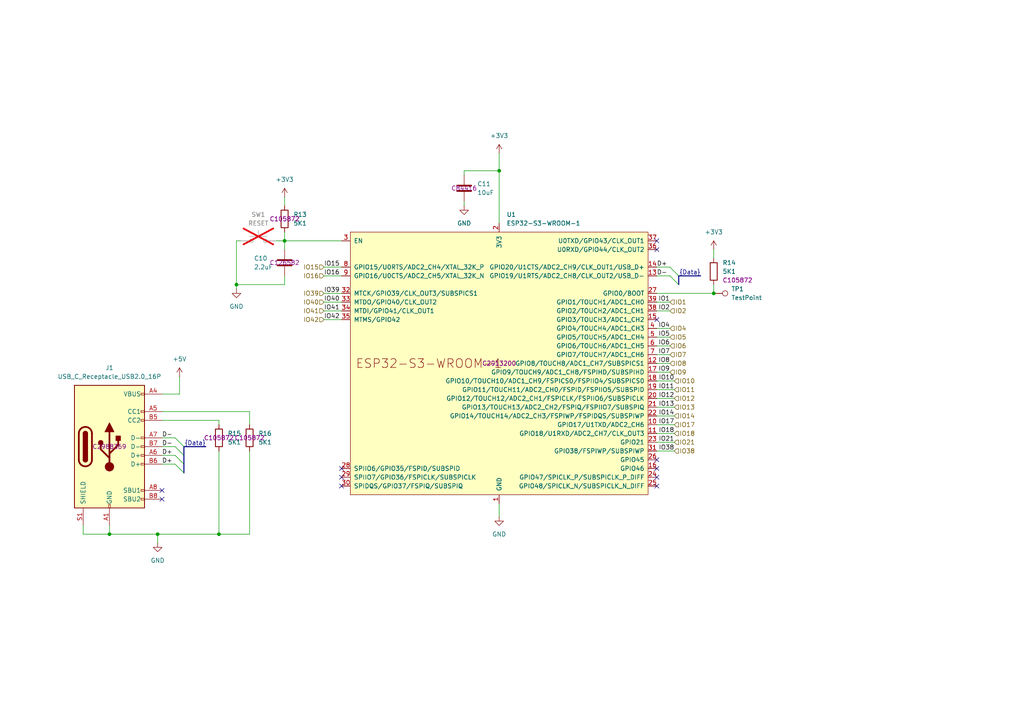
<source format=kicad_sch>
(kicad_sch (version 20250114) (generator "eeschema") (generator_version "9.0")
  (paper "A4")
  (lib_symbols
    (symbol "Connector:TestPoint" (pin_numbers (hide yes)) (pin_names (offset 0.762) (hide yes))
      (property "Reference" "TP" (at 0 6.858 0))
      (property "Value" "TestPoint" (at 0 5.08 0))
      (symbol "TestPoint_0_1"
        (circle (center 0 3.302) (radius 0.762))
      )
      (symbol "TestPoint_1_1"
        (pin passive line (at 0 0 90) (length 2.54) (name "1") (number "1"))
      )
    )
    (symbol "Connector:USB_C_Receptacle_USB2.0_16P" (pin_names (offset 1.016))
      (property "Reference" "J" (at 0 22.225 0))
      (property "Value" "USB_C_Receptacle_USB2.0_16P" (at 0 19.685 0))
      (symbol "USB_C_Receptacle_USB2.0_16P_0_0"
        (rectangle (start -0.254 -17.78) (end 0.254 -16.764))
        (rectangle (start 10.16 15.494) (end 9.144 14.986))
        (rectangle (start 10.16 10.414) (end 9.144 9.906))
        (rectangle (start 10.16 7.874) (end 9.144 7.366))
        (rectangle (start 10.16 2.794) (end 9.144 2.286))
        (rectangle (start 10.16 0.254) (end 9.144 -0.254))
        (rectangle (start 10.16 -2.286) (end 9.144 -2.794))
        (rectangle (start 10.16 -4.826) (end 9.144 -5.334))
        (rectangle (start 10.16 -12.446) (end 9.144 -12.954))
        (rectangle (start 10.16 -14.986) (end 9.144 -15.494))
      )
      (symbol "USB_C_Receptacle_USB2.0_16P_0_1"
        (rectangle (start -10.16 17.78) (end 10.16 -17.78) (stroke (width 0.254)) (fill (type background)))
        (polyline (pts (xy -8.89 -3.81) (xy -8.89 3.81)) (stroke (width 0.508)))
        (rectangle (start -7.62 -3.81) (end -6.35 3.81) (stroke (width 0.254)) (fill (type outline)))
        (arc (start -7.62 3.81) (mid -6.985 4.4423) (end -6.35 3.81) (stroke (width 0.254)))
        (arc (start -7.62 3.81) (mid -6.985 4.4423) (end -6.35 3.81) (stroke (width 0.254)) (fill (type outline)))
        (arc (start -8.89 3.81) (mid -6.985 5.7067) (end -5.08 3.81) (stroke (width 0.508)))
        (arc (start -5.08 -3.81) (mid -6.985 -5.7067) (end -8.89 -3.81) (stroke (width 0.508)))
        (arc (start -6.35 -3.81) (mid -6.985 -4.4423) (end -7.62 -3.81) (stroke (width 0.254)))
        (arc (start -6.35 -3.81) (mid -6.985 -4.4423) (end -7.62 -3.81) (stroke (width 0.254)) (fill (type outline)))
        (polyline (pts (xy -5.08 3.81) (xy -5.08 -3.81)) (stroke (width 0.508)))
        (circle (center -2.54 1.143) (radius 0.635) (stroke (width 0.254)) (fill (type outline)))
        (polyline (pts (xy -1.27 4.318) (xy 0 6.858) (xy 1.27 4.318) (xy -1.27 4.318)) (stroke (width 0.254)) (fill (type outline)))
        (polyline (pts (xy 0 -2.032) (xy 2.54 0.508) (xy 2.54 1.778)) (stroke (width 0.508)))
        (polyline (pts (xy 0 -3.302) (xy -2.54 -0.762) (xy -2.54 0.508)) (stroke (width 0.508)))
        (polyline (pts (xy 0 -5.842) (xy 0 4.318)) (stroke (width 0.508)))
        (circle (center 0 -5.842) (radius 1.27) (fill (type outline)))
        (rectangle (start 1.905 1.778) (end 3.175 3.048) (stroke (width 0.254)) (fill (type outline)))
      )
      (symbol "USB_C_Receptacle_USB2.0_16P_1_1"
        (pin passive line (at -7.62 -22.86 90) (length 5.08) (name "SHIELD") (number "S1"))
        (pin passive line (at 0 -22.86 90) (length 5.08) (name "GND") (number "A1"))
        (pin passive line (at 0 -22.86 90) (length 5.08) (hide yes) (name "GND") (number "A12"))
        (pin passive line (at 0 -22.86 90) (length 5.08) (hide yes) (name "GND") (number "B1"))
        (pin passive line (at 0 -22.86 90) (length 5.08) (hide yes) (name "GND") (number "B12"))
        (pin passive line (at 15.24 15.24 180) (length 5.08) (name "VBUS") (number "A4"))
        (pin passive line (at 15.24 15.24 180) (length 5.08) (hide yes) (name "VBUS") (number "A9"))
        (pin passive line (at 15.24 15.24 180) (length 5.08) (hide yes) (name "VBUS") (number "B4"))
        (pin passive line (at 15.24 15.24 180) (length 5.08) (hide yes) (name "VBUS") (number "B9"))
        (pin bidirectional line (at 15.24 10.16 180) (length 5.08) (name "CC1") (number "A5"))
        (pin bidirectional line (at 15.24 7.62 180) (length 5.08) (name "CC2") (number "B5"))
        (pin bidirectional line (at 15.24 2.54 180) (length 5.08) (name "D-") (number "A7"))
        (pin bidirectional line (at 15.24 0 180) (length 5.08) (name "D-") (number "B7"))
        (pin bidirectional line (at 15.24 -2.54 180) (length 5.08) (name "D+") (number "A6"))
        (pin bidirectional line (at 15.24 -5.08 180) (length 5.08) (name "D+") (number "B6"))
        (pin bidirectional line (at 15.24 -12.7 180) (length 5.08) (name "SBU1") (number "A8"))
        (pin bidirectional line (at 15.24 -15.24 180) (length 5.08) (name "SBU2") (number "B8"))
      )
    )
    (symbol "Device:C" (pin_numbers (hide yes)) (pin_names (offset 0.254))
      (property "Reference" "C" (at 0.635 2.54 0))
      (property "Value" "C" (at 0.635 -2.54 0))
      (symbol "C_0_1"
        (polyline (pts (xy -2.032 0.762) (xy 2.032 0.762)) (stroke (width 0.508)))
        (polyline (pts (xy -2.032 -0.762) (xy 2.032 -0.762)) (stroke (width 0.508)))
      )
      (symbol "C_1_1"
        (pin passive line (at 0 3.81 270) (length 2.794) (name "~") (number "1"))
        (pin passive line (at 0 -3.81 90) (length 2.794) (name "~") (number "2"))
      )
    )
    (symbol "Device:R" (pin_numbers (hide yes)) (pin_names (offset 0))
      (property "Reference" "R" (at 2.032 0 90))
      (property "Value" "R" (at 0 0 90))
      (symbol "R_0_1"
        (rectangle (start -1.016 -2.54) (end 1.016 2.54) (stroke (width 0.254)))
      )
      (symbol "R_1_1"
        (pin passive line (at 0 3.81 270) (length 1.27) (name "~") (number "1"))
        (pin passive line (at 0 -3.81 90) (length 1.27) (name "~") (number "2"))
      )
    )
    (symbol "PCM_Espressif:ESP32-S3-WROOM-1" (pin_names (offset 1.016))
      (property "Reference" "U" (at -43.18 43.18 0))
      (property "Value" "ESP32-S3-WROOM-1" (at -43.18 40.64 0))
      (symbol "ESP32-S3-WROOM-1_0_0"
        (text "ESP32-S3-WROOM-1" (at -20.32 0 0) (effects (font (size 2.54 2.54))))
        (pin input line (at -45.72 35.56 0) (length 2.54) (name "EN") (number "3"))
        (pin bidirectional line (at -45.72 27.94 0) (length 2.54) (name "GPIO15/U0RTS/ADC2_CH4/XTAL_32K_P") (number "8"))
        (pin bidirectional line (at -45.72 25.4 0) (length 2.54) (name "GPIO16/U0CTS/ADC2_CH5/XTAL_32K_N") (number "9"))
        (pin bidirectional line (at -45.72 20.32 0) (length 2.54) (name "MTCK/GPIO39/CLK_OUT3/SUBSPICS1") (number "32"))
        (pin bidirectional line (at -45.72 17.78 0) (length 2.54) (name "MTDO/GPIO40/CLK_OUT2") (number "33"))
        (pin bidirectional line (at -45.72 15.24 0) (length 2.54) (name "MTDI/GPIO41/CLK_OUT1") (number "34"))
        (pin bidirectional line (at -45.72 12.7 0) (length 2.54) (name "MTMS/GPIO42") (number "35"))
        (pin bidirectional line (at -45.72 -30.48 0) (length 2.54) (name "SPIIO6/GPIO35/FSPID/SUBSPID") (number "28"))
        (pin bidirectional line (at -45.72 -33.02 0) (length 2.54) (name "SPIIO7/GPIO36/FSPICLK/SUBSPICLK") (number "29"))
        (pin bidirectional line (at -45.72 -35.56 0) (length 2.54) (name "SPIDQS/GPIO37/FSPIQ/SUBSPIQ") (number "30"))
        (pin power_in line (at 0 40.64 270) (length 2.54) (name "3V3") (number "2"))
        (pin power_in line (at 0 -40.64 90) (length 2.54) (name "GND") (number "1"))
        (pin passive line (at 0 -40.64 90) (length 2.54) (hide yes) (name "GND") (number "40"))
        (pin passive line (at 0 -40.64 90) (length 2.54) (hide yes) (name "GND") (number "41"))
        (pin bidirectional line (at 45.72 35.56 180) (length 2.54) (name "U0TXD/GPIO43/CLK_OUT1") (number "37"))
        (pin bidirectional line (at 45.72 33.02 180) (length 2.54) (name "U0RXD/GPIO44/CLK_OUT2") (number "36"))
        (pin bidirectional line (at 45.72 27.94 180) (length 2.54) (name "GPIO20/U1CTS/ADC2_CH9/CLK_OUT1/USB_D+") (number "14"))
        (pin bidirectional line (at 45.72 25.4 180) (length 2.54) (name "GPIO19/U1RTS/ADC2_CH8/CLK_OUT2/USB_D-") (number "13"))
        (pin bidirectional line (at 45.72 20.32 180) (length 2.54) (name "GPIO0/BOOT") (number "27"))
        (pin bidirectional line (at 45.72 17.78 180) (length 2.54) (name "GPIO1/TOUCH1/ADC1_CH0") (number "39"))
        (pin bidirectional line (at 45.72 15.24 180) (length 2.54) (name "GPIO2/TOUCH2/ADC1_CH1") (number "38"))
        (pin bidirectional line (at 45.72 12.7 180) (length 2.54) (name "GPIO3/TOUCH3/ADC1_CH2") (number "15"))
        (pin bidirectional line (at 45.72 10.16 180) (length 2.54) (name "GPIO4/TOUCH4/ADC1_CH3") (number "4"))
        (pin bidirectional line (at 45.72 7.62 180) (length 2.54) (name "GPIO5/TOUCH5/ADC1_CH4") (number "5"))
        (pin bidirectional line (at 45.72 5.08 180) (length 2.54) (name "GPIO6/TOUCH6/ADC1_CH5") (number "6"))
        (pin bidirectional line (at 45.72 2.54 180) (length 2.54) (name "GPIO7/TOUCH7/ADC1_CH6") (number "7"))
        (pin bidirectional line (at 45.72 0 180) (length 2.54) (name "GPIO8/TOUCH8/ADC1_CH7/SUBSPICS1") (number "12"))
        (pin bidirectional line (at 45.72 -2.54 180) (length 2.54) (name "GPIO9/TOUCH9/ADC1_CH8/FSPIHD/SUBSPIHD") (number "17"))
        (pin bidirectional line (at 45.72 -5.08 180) (length 2.54) (name "GPIO10/TOUCH10/ADC1_CH9/FSPICS0/FSPIIO4/SUBSPICS0") (number "18"))
        (pin bidirectional line (at 45.72 -7.62 180) (length 2.54) (name "GPIO11/TOUCH11/ADC2_CH0/FSPID/FSPIIO5/SUBSPID") (number "19"))
        (pin bidirectional line (at 45.72 -10.16 180) (length 2.54) (name "GPIO12/TOUCH12/ADC2_CH1/FSPICLK/FSPIIO6/SUBSPICLK") (number "20"))
        (pin bidirectional line (at 45.72 -12.7 180) (length 2.54) (name "GPIO13/TOUCH13/ADC2_CH2/FSPIQ/FSPIIO7/SUBSPIQ") (number "21"))
        (pin bidirectional line (at 45.72 -15.24 180) (length 2.54) (name "GPIO14/TOUCH14/ADC2_CH3/FSPIWP/FSPIDQS/SUBSPIWP") (number "22"))
        (pin bidirectional line (at 45.72 -17.78 180) (length 2.54) (name "GPIO17/U1TXD/ADC2_CH6") (number "10"))
        (pin bidirectional line (at 45.72 -20.32 180) (length 2.54) (name "GPIO18/U1RXD/ADC2_CH7/CLK_OUT3") (number "11"))
        (pin bidirectional line (at 45.72 -22.86 180) (length 2.54) (name "GPIO21") (number "23"))
        (pin bidirectional line (at 45.72 -25.4 180) (length 2.54) (name "GPIO38/FSPIWP/SUBSPIWP") (number "31"))
        (pin bidirectional line (at 45.72 -27.94 180) (length 2.54) (name "GPIO45") (number "26"))
        (pin bidirectional line (at 45.72 -30.48 180) (length 2.54) (name "GPIO46") (number "16"))
        (pin bidirectional line (at 45.72 -33.02 180) (length 2.54) (name "GPIO47/SPICLK_P/SUBSPICLK_P_DIFF") (number "24"))
        (pin bidirectional line (at 45.72 -35.56 180) (length 2.54) (name "GPIO48/SPICLK_N/SUBSPICLK_N_DIFF") (number "25"))
      )
      (symbol "ESP32-S3-WROOM-1_0_1"
        (rectangle (start -43.18 38.1) (end 43.18 -38.1) (fill (type background)))
      )
    )
    (symbol "Switch:SW_Push" (pin_numbers (hide yes)) (pin_names (offset 1.016) (hide yes))
      (property "Reference" "SW" (at 1.27 2.54 0))
      (property "Value" "SW_Push" (at 0 -1.524 0))
      (symbol "SW_Push_0_1"
        (circle (center -2.032 0) (radius 0.508))
        (polyline (pts (xy 0 1.27) (xy 0 3.048)))
        (circle (center 2.032 0) (radius 0.508))
        (polyline (pts (xy 2.54 1.27) (xy -2.54 1.27)))
        (pin passive line (at -5.08 0 0) (length 2.54) (name "1") (number "1"))
        (pin passive line (at 5.08 0 180) (length 2.54) (name "2") (number "2"))
      )
    )
    (symbol "power:+3V3" (power) (pin_numbers (hide yes)) (pin_names (offset 0) (hide yes))
      (property "Value" "+3V3" (at 0 3.556 0))
      (symbol "+3V3_0_1"
        (polyline (pts (xy -0.762 1.27) (xy 0 2.54)))
        (polyline (pts (xy 0 2.54) (xy 0.762 1.27)))
        (polyline (pts (xy 0 0) (xy 0 2.54)))
      )
      (symbol "+3V3_1_1"
        (pin power_in line (at 0 0 90) (length 0) (name "~") (number "1"))
      )
    )
    (symbol "power:+5V" (power) (pin_numbers (hide yes)) (pin_names (offset 0) (hide yes))
      (property "Value" "+5V" (at 0 3.556 0))
      (symbol "+5V_0_1"
        (polyline (pts (xy -0.762 1.27) (xy 0 2.54)))
        (polyline (pts (xy 0 2.54) (xy 0.762 1.27)))
        (polyline (pts (xy 0 0) (xy 0 2.54)))
      )
      (symbol "+5V_1_1"
        (pin power_in line (at 0 0 90) (length 0) (name "~") (number "1"))
      )
    )
    (symbol "power:GND" (power) (pin_numbers (hide yes)) (pin_names (offset 0) (hide yes))
      (property "Value" "GND" (at 0 -3.81 0))
      (symbol "GND_0_1"
        (polyline (pts (xy 0 0) (xy 0 -1.27) (xy 1.27 -1.27) (xy 0 -2.54) (xy -1.27 -1.27) (xy 0 -1.27)))
      )
      (symbol "GND_1_1"
        (pin power_in line (at 0 0 270) (length 0) (name "~") (number "1"))
      )
    )
  )
  (junction (at 68.58 82.55))
  (junction (at 63.5 154.94))
  (junction (at 207.01 85.09))
  (junction (at 82.55 69.85))
  (junction (at 144.78 49.53))
  (junction (at 31.75 154.94))
  (junction (at 45.72 154.94))
  (no_connect (at 99.06 140.97))
  (no_connect (at 190.5 72.39))
  (no_connect (at 190.5 135.89))
  (no_connect (at 190.5 69.85))
  (no_connect (at 190.5 92.71))
  (no_connect (at 190.5 140.97))
  (no_connect (at 190.5 138.43))
  (no_connect (at 46.99 144.78))
  (no_connect (at 99.06 135.89))
  (no_connect (at 46.99 142.24))
  (no_connect (at 190.5 133.35))
  (no_connect (at 99.06 138.43))
  (bus_entry (at 50.8 127) (size 2.54 2.54))
  (bus_entry (at 50.8 134.62) (size 2.54 2.54))
  (bus_entry (at 194.31 77.47) (size 2.54 2.54))
  (bus_entry (at 50.8 129.54) (size 2.54 2.54))
  (bus_entry (at 194.31 80.01) (size 2.54 2.54))
  (bus_entry (at 50.8 132.08) (size 2.54 2.54))
  (wire (pts (xy 24.13 154.94) (xy 31.75 154.94)))
  (wire (pts (xy 190.5 100.33) (xy 194.31 100.33)))
  (wire (pts (xy 46.99 121.92) (xy 63.5 121.92)))
  (wire (pts (xy 93.98 92.71) (xy 99.06 92.71)))
  (wire (pts (xy 190.5 80.01) (xy 194.31 80.01)))
  (wire (pts (xy 190.5 105.41) (xy 194.31 105.41)))
  (wire (pts (xy 190.5 128.27) (xy 195.58 128.27)))
  (wire (pts (xy 134.62 49.53) (xy 134.62 50.8)))
  (wire (pts (xy 63.5 130.81) (xy 63.5 154.94)))
  (wire (pts (xy 134.62 49.53) (xy 144.78 49.53)))
  (wire (pts (xy 190.5 77.47) (xy 194.31 77.47)))
  (wire (pts (xy 46.99 127) (xy 50.8 127)))
  (wire (pts (xy 82.55 69.85) (xy 82.55 72.39)))
  (wire (pts (xy 69.85 69.85) (xy 68.58 69.85)))
  (wire (pts (xy 31.75 154.94) (xy 31.75 152.4)))
  (wire (pts (xy 46.99 134.62) (xy 50.8 134.62)))
  (wire (pts (xy 82.55 82.55) (xy 82.55 80.01)))
  (wire (pts (xy 190.5 95.25) (xy 194.31 95.25)))
  (wire (pts (xy 93.98 85.09) (xy 99.06 85.09)))
  (wire (pts (xy 190.5 102.87) (xy 194.31 102.87)))
  (wire (pts (xy 63.5 121.92) (xy 63.5 123.19)))
  (bus (pts (xy 53.34 134.62) (xy 53.34 132.08)))
  (wire (pts (xy 93.98 77.47) (xy 99.06 77.47)))
  (wire (pts (xy 93.98 90.17) (xy 99.06 90.17)))
  (wire (pts (xy 190.5 130.81) (xy 195.58 130.81)))
  (bus (pts (xy 53.34 129.54) (xy 53.34 132.08)))
  (wire (pts (xy 207.01 85.09) (xy 207.01 82.55)))
  (wire (pts (xy 190.5 120.65) (xy 195.58 120.65)))
  (wire (pts (xy 93.98 87.63) (xy 99.06 87.63)))
  (wire (pts (xy 190.5 118.11) (xy 195.58 118.11)))
  (bus (pts (xy 196.85 80.01) (xy 203.2 80.01)))
  (wire (pts (xy 46.99 132.08) (xy 50.8 132.08)))
  (wire (pts (xy 93.98 80.01) (xy 99.06 80.01)))
  (wire (pts (xy 190.5 97.79) (xy 194.31 97.79)))
  (bus (pts (xy 53.34 129.54) (xy 59.69 129.54)))
  (wire (pts (xy 46.99 119.38) (xy 72.39 119.38)))
  (wire (pts (xy 45.72 154.94) (xy 45.72 157.48)))
  (wire (pts (xy 144.78 49.53) (xy 144.78 64.77)))
  (wire (pts (xy 52.07 114.3) (xy 46.99 114.3)))
  (wire (pts (xy 31.75 154.94) (xy 45.72 154.94)))
  (wire (pts (xy 190.5 87.63) (xy 194.31 87.63)))
  (wire (pts (xy 72.39 119.38) (xy 72.39 123.19)))
  (wire (pts (xy 190.5 125.73) (xy 195.58 125.73)))
  (wire (pts (xy 190.5 85.09) (xy 207.01 85.09)))
  (wire (pts (xy 190.5 123.19) (xy 195.58 123.19)))
  (wire (pts (xy 134.62 58.42) (xy 134.62 59.69)))
  (wire (pts (xy 46.99 129.54) (xy 50.8 129.54)))
  (wire (pts (xy 80.01 69.85) (xy 82.55 69.85)))
  (wire (pts (xy 207.01 72.39) (xy 207.01 74.93)))
  (wire (pts (xy 190.5 90.17) (xy 194.31 90.17)))
  (wire (pts (xy 63.5 154.94) (xy 72.39 154.94)))
  (wire (pts (xy 82.55 82.55) (xy 68.58 82.55)))
  (wire (pts (xy 190.5 110.49) (xy 195.58 110.49)))
  (wire (pts (xy 68.58 82.55) (xy 68.58 83.82)))
  (wire (pts (xy 190.5 113.03) (xy 195.58 113.03)))
  (bus (pts (xy 53.34 137.16) (xy 53.34 134.62)))
  (wire (pts (xy 82.55 69.85) (xy 99.06 69.85)))
  (wire (pts (xy 52.07 109.22) (xy 52.07 114.3)))
  (wire (pts (xy 190.5 115.57) (xy 195.58 115.57)))
  (wire (pts (xy 82.55 57.15) (xy 82.55 59.69)))
  (wire (pts (xy 45.72 154.94) (xy 63.5 154.94)))
  (wire (pts (xy 144.78 146.05) (xy 144.78 149.86)))
  (wire (pts (xy 190.5 107.95) (xy 194.31 107.95)))
  (wire (pts (xy 24.13 152.4) (xy 24.13 154.94)))
  (wire (pts (xy 82.55 67.31) (xy 82.55 69.85)))
  (wire (pts (xy 68.58 69.85) (xy 68.58 82.55)))
  (bus (pts (xy 196.85 82.55) (xy 196.85 80.01)))
  (wire (pts (xy 72.39 130.81) (xy 72.39 154.94)))
  (wire (pts (xy 144.78 44.45) (xy 144.78 49.53)))
  (label "IO1" (at 194.31 87.63 180))
  (label "IO18" (at 195.58 125.73 180))
  (label "IO13" (at 195.58 118.11 180))
  (label "IO17" (at 195.58 123.19 180))
  (label "IO9" (at 194.31 107.95 180))
  (label "IO14" (at 195.58 120.65 180))
  (label "D+" (at 190.5 77.47 0))
  (label "IO10" (at 195.58 110.49 180))
  (label "IO8" (at 194.31 105.41 180))
  (label "IO21" (at 195.58 128.27 180))
  (label "IO40" (at 93.98 87.63 0))
  (label "D-" (at 190.5 80.01 0))
  (label "D-" (at 46.99 129.54 0))
  (label "IO11" (at 195.58 113.03 180))
  (label "IO12" (at 195.58 115.57 180))
  (label "IO42" (at 93.98 92.71 0))
  (label "D-" (at 46.99 127 0))
  (label "D+" (at 46.99 134.62 0))
  (label "IO7" (at 194.31 102.87 180))
  (label "IO4" (at 194.31 95.25 180))
  (label "IO39" (at 93.98 85.09 0))
  (label "IO2" (at 194.31 90.17 180))
  (label "IO6" (at 194.31 100.33 180))
  (label "IO5" (at 194.31 97.79 180))
  (label "IO38" (at 195.58 130.81 180))
  (label "D+" (at 46.99 132.08 0))
  (label "{Data}" (at 59.69 129.54 180))
  (label "IO16" (at 93.98 80.01 0))
  (label "{Data}" (at 203.2 80.01 180))
  (label "IO15" (at 93.98 77.47 0))
  (label "IO41" (at 93.98 90.17 0))
  (hierarchical_label "IO1" (shape input) (at 194.31 87.63 0))
  (hierarchical_label "IO8" (shape input) (at 194.31 105.41 0))
  (hierarchical_label "IO7" (shape input) (at 194.31 102.87 0))
  (hierarchical_label "IO15" (shape input) (at 93.98 77.47 180))
  (hierarchical_label "IO4" (shape input) (at 194.31 95.25 0))
  (hierarchical_label "IO39" (shape input) (at 93.98 85.09 180))
  (hierarchical_label "IO5" (shape input) (at 194.31 97.79 0))
  (hierarchical_label "IO6" (shape input) (at 194.31 100.33 0))
  (hierarchical_label "IO10" (shape input) (at 195.58 110.49 0))
  (hierarchical_label "IO11" (shape input) (at 195.58 113.03 0))
  (hierarchical_label "IO2" (shape input) (at 194.31 90.17 0))
  (hierarchical_label "IO13" (shape input) (at 195.58 118.11 0))
  (hierarchical_label "IO14" (shape input) (at 195.58 120.65 0))
  (hierarchical_label "IO12" (shape input) (at 195.58 115.57 0))
  (hierarchical_label "IO41" (shape input) (at 93.98 90.17 180))
  (hierarchical_label "IO16" (shape input) (at 93.98 80.01 180))
  (hierarchical_label "IO40" (shape input) (at 93.98 87.63 180))
  (hierarchical_label "IO42" (shape input) (at 93.98 92.71 180))
  (hierarchical_label "IO9" (shape input) (at 194.31 107.95 0))
  (hierarchical_label "IO21" (shape input) (at 195.58 128.27 0))
  (hierarchical_label "IO38" (shape input) (at 195.58 130.81 0))
  (hierarchical_label "IO17" (shape input) (at 195.58 123.19 0))
  (hierarchical_label "IO18" (shape input) (at 195.58 125.73 0))
  (symbol (lib_id "Connector:USB_C_Receptacle_USB2.0_16P") (at 31.75 129.54 0) (unit 1)
    (property "Reference" "J1" (at 31.75 106.68 0))
    (property "Value" "USB_C_Receptacle_USB2.0_16P" (at 31.75 109.22 0))
    (property "Footprint" "Connector_USB:USB_C_Receptacle_G-Switch_GT-USB-7010ASV" (effects (hide yes)))
    (property "Datasheet" "https://www.usb.org/sites/default/files/documents/usb_type-c.zip" (effects (hide yes)))
    (property "Description" "USB 2.0-only 16P Type-C Receptacle connector" (effects (hide yes)))
    (property "LCSC Part #" "C2988369" (at 31.75 129.54 0))
  )
  (symbol (lib_id "Device:C") (at 82.55 76.2 0) (unit 1)
    (property "Reference" "C10" (at 73.66 74.93 0) (effects (justify left)))
    (property "Value" "2.2uF" (at 73.66 77.47 0) (effects (justify left)))
    (property "Footprint" "Capacitor_SMD:C_0603_1608Metric" (effects (hide yes)))
    (property "Description" "Unpolarized capacitor" (effects (hide yes)))
    (property "LCSC Part #" "C126582" (at 82.55 76.2 0))
  )
  (symbol (lib_id "power:+3V3") (at 82.55 57.15 0) (unit 1)
    (property "Reference" "#PWR09" (effects (hide yes)))
    (property "Value" "+3V3" (at 82.55 52.07 0))
    (property "Description" "Power symbol creates a global label with name \"+3V3\"" (effects (hide yes)))
  )
  (symbol (lib_id "Device:R") (at 63.5 127 0) (unit 1)
    (property "Reference" "R15" (at 66.04 125.7299 0) (effects (justify left)))
    (property "Value" "5K1" (at 66.04 128.2699 0) (effects (justify left)))
    (property "Footprint" "Resistor_SMD:R_0402_1005Metric" (effects (hide yes)))
    (property "Description" "Resistor" (effects (hide yes)))
    (property "LCSC Part #" "C105872" (at 63.5 127 0))
  )
  (symbol (lib_id "Device:C") (at 134.62 54.61 0) (unit 1)
    (property "Reference" "C11" (at 138.43 53.3399 0) (effects (justify left)))
    (property "Value" "10uF" (at 138.43 55.8799 0) (effects (justify left)))
    (property "Footprint" "Capacitor_SMD:C_0805_2012Metric" (effects (hide yes)))
    (property "Description" "Unpolarized capacitor" (effects (hide yes)))
    (property "LCSC Part #" "C84416" (at 134.62 54.61 0))
  )
  (symbol (lib_id "Device:R") (at 72.39 127 0) (unit 1)
    (property "Reference" "R16" (at 74.93 125.7299 0) (effects (justify left)))
    (property "Value" "5K1" (at 74.93 128.2699 0) (effects (justify left)))
    (property "Footprint" "Resistor_SMD:R_0402_1005Metric" (effects (hide yes)))
    (property "Description" "Resistor" (effects (hide yes)))
    (property "LCSC Part #" "C105872" (at 72.39 127 0))
  )
  (symbol (lib_id "PCM_Espressif:ESP32-S3-WROOM-1") (at 144.78 105.41 0) (unit 1)
    (property "Reference" "U1" (at 146.9233 62.23 0) (effects (justify left)))
    (property "Value" "ESP32-S3-WROOM-1" (at 146.9233 64.77 0) (effects (justify left)))
    (property "Footprint" "PCM_Espressif:ESP32-S3-WROOM-1" (effects (hide yes)))
    (property "Datasheet" "https://www.espressif.com/sites/default/files/documentation/esp32-s3-wroom-1_wroom-1u_datasheet_en.pdf" (effects (hide yes)))
    (property "Description" "2.4 GHz WiFi (802.11 b/g/n) and Bluetooth ® 5 (LE) module Built around ESP32S3 series of SoCs, Xtensa ® dualcore 32bit LX7 microprocessor Flash up to 16 MB, PSRAM up to 8 MB 36 GPIOs, rich set of peripherals Onboard PCB antenna" (effects (hide yes)))
    (property "LCSC Part #" "C2913200" (at 144.78 105.41 0))
  )
  (symbol (lib_id "Device:R") (at 82.55 63.5 0) (unit 1)
    (property "Reference" "R13" (at 85.09 62.2299 0) (effects (justify left)))
    (property "Value" "5K1" (at 85.09 64.7699 0) (effects (justify left)))
    (property "Footprint" "Resistor_SMD:R_0402_1005Metric" (effects (hide yes)))
    (property "Description" "Resistor" (effects (hide yes)))
    (property "LCSC Part #" "C105872" (at 82.55 63.5 0))
  )
  (symbol (lib_id "power:+5V") (at 52.07 109.22 0) (unit 1)
    (property "Reference" "#PWR045" (effects (hide yes)))
    (property "Value" "+5V" (at 52.07 104.14 0))
    (property "Description" "Power symbol creates a global label with name \"+5V\"" (effects (hide yes)))
  )
  (symbol (lib_id "Device:R") (at 207.01 78.74 0) (unit 1)
    (property "Reference" "R14" (at 209.55 76.1999 0) (effects (justify left)))
    (property "Value" "5K1" (at 209.55 78.7399 0) (effects (justify left)))
    (property "Footprint" "Resistor_SMD:R_0402_1005Metric" (effects (hide yes)))
    (property "Description" "Resistor" (effects (hide yes)))
    (property "LCSC Part #" "C105872" (at 209.55 81.2799 0) (effects (justify left)))
  )
  (symbol (lib_id "Connector:TestPoint") (at 207.01 85.09 270) (unit 1) (in_bom no)
    (property "Reference" "TP1" (at 212.09 83.8199 90) (effects (justify left)))
    (property "Value" "TestPoint" (at 212.09 86.3599 90) (effects (justify left)))
    (property "Footprint" "TestPoint:TestPoint_Pad_D2.0mm" (effects (hide yes)))
    (property "Description" "test point" (effects (hide yes)))
  )
  (symbol (lib_id "power:GND") (at 68.58 83.82 0) (unit 1)
    (property "Reference" "#PWR010" (effects (hide yes)))
    (property "Value" "GND" (at 68.58 88.9 0))
    (property "Description" "Power symbol creates a global label with name \"GND\" , ground" (effects (hide yes)))
  )
  (symbol (lib_id "Switch:SW_Push") (at 74.93 69.85 0) (unit 1) (dnp yes)
    (property "Reference" "SW1" (at 74.93 62.23 0))
    (property "Value" "RESET" (at 74.93 64.77 0))
    (property "Footprint" "Button_Switch_THT:SW_PUSH_6mm" (effects (hide yes)))
    (property "Description" "Push button switch, generic, two pins" (effects (hide yes)))
  )
  (symbol (lib_id "power:GND") (at 134.62 59.69 0) (unit 1)
    (property "Reference" "#PWR012" (effects (hide yes)))
    (property "Value" "GND" (at 134.62 64.77 0))
    (property "Description" "Power symbol creates a global label with name \"GND\" , ground" (effects (hide yes)))
  )
  (symbol (lib_id "power:GND") (at 144.78 149.86 0) (unit 1)
    (property "Reference" "#PWR018" (effects (hide yes)))
    (property "Value" "GND" (at 144.78 154.94 0))
    (property "Description" "Power symbol creates a global label with name \"GND\" , ground" (effects (hide yes)))
  )
  (symbol (lib_id "power:+3V3") (at 144.78 44.45 0) (unit 1)
    (property "Reference" "#PWR011" (effects (hide yes)))
    (property "Value" "+3V3" (at 144.78 39.37 0))
    (property "Description" "Power symbol creates a global label with name \"+3V3\"" (effects (hide yes)))
  )
  (symbol (lib_id "power:GND") (at 45.72 157.48 0) (unit 1)
    (property "Reference" "#PWR015" (effects (hide yes)))
    (property "Value" "GND" (at 45.72 162.56 0))
    (property "Description" "Power symbol creates a global label with name \"GND\" , ground" (effects (hide yes)))
  )
  (symbol (lib_id "power:+3V3") (at 207.01 72.39 0) (unit 1)
    (property "Reference" "#PWR013" (effects (hide yes)))
    (property "Value" "+3V3" (at 207.01 67.31 0))
    (property "Description" "Power symbol creates a global label with name \"+3V3\"" (effects (hide yes)))
  )
)
</source>
